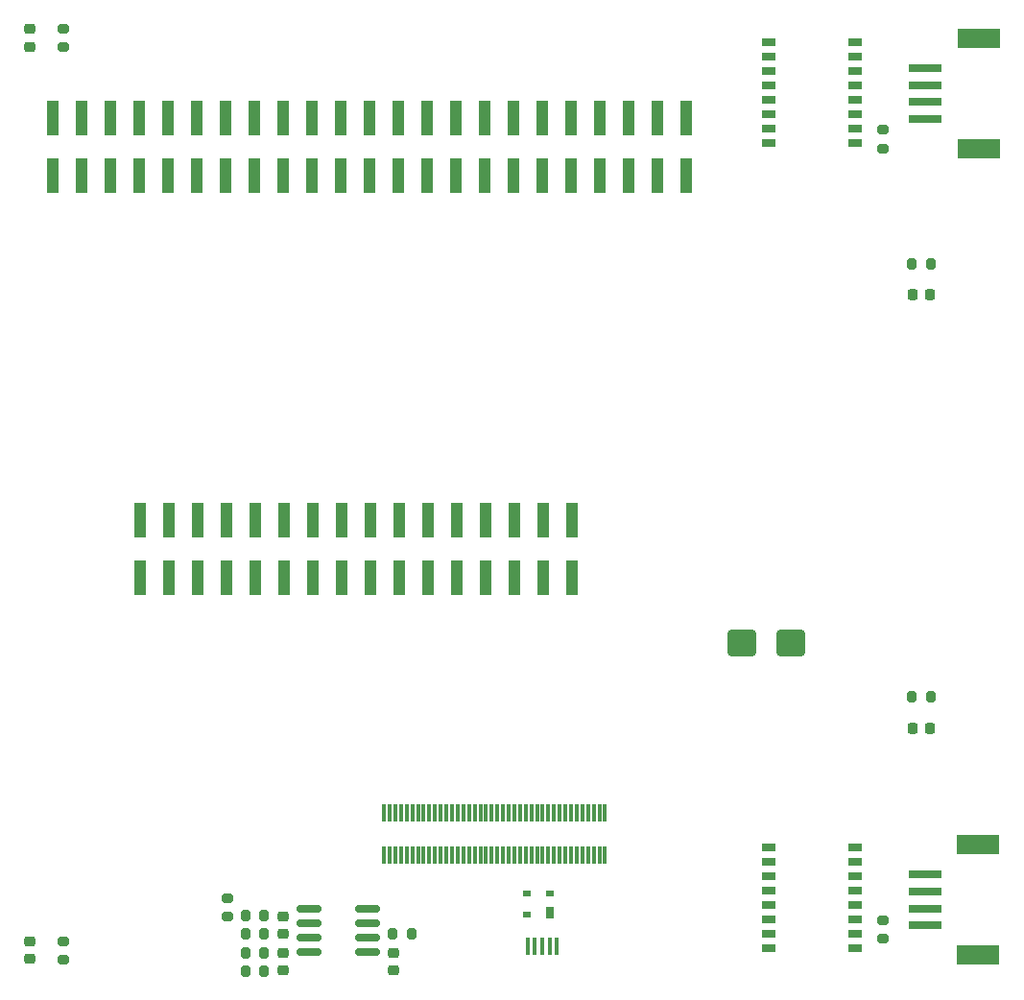
<source format=gbr>
%TF.GenerationSoftware,KiCad,Pcbnew,7.0.7*%
%TF.CreationDate,2024-02-15T16:38:16+01:00*%
%TF.ProjectId,nav_lower_controller,6e61765f-6c6f-4776-9572-5f636f6e7472,1*%
%TF.SameCoordinates,Original*%
%TF.FileFunction,Paste,Top*%
%TF.FilePolarity,Positive*%
%FSLAX46Y46*%
G04 Gerber Fmt 4.6, Leading zero omitted, Abs format (unit mm)*
G04 Created by KiCad (PCBNEW 7.0.7) date 2024-02-15 16:38:16*
%MOMM*%
%LPD*%
G01*
G04 APERTURE LIST*
G04 Aperture macros list*
%AMRoundRect*
0 Rectangle with rounded corners*
0 $1 Rounding radius*
0 $2 $3 $4 $5 $6 $7 $8 $9 X,Y pos of 4 corners*
0 Add a 4 corners polygon primitive as box body*
4,1,4,$2,$3,$4,$5,$6,$7,$8,$9,$2,$3,0*
0 Add four circle primitives for the rounded corners*
1,1,$1+$1,$2,$3*
1,1,$1+$1,$4,$5*
1,1,$1+$1,$6,$7*
1,1,$1+$1,$8,$9*
0 Add four rect primitives between the rounded corners*
20,1,$1+$1,$2,$3,$4,$5,0*
20,1,$1+$1,$4,$5,$6,$7,0*
20,1,$1+$1,$6,$7,$8,$9,0*
20,1,$1+$1,$8,$9,$2,$3,0*%
G04 Aperture macros list end*
%ADD10RoundRect,0.150000X0.950000X0.150000X-0.950000X0.150000X-0.950000X-0.150000X0.950000X-0.150000X0*%
%ADD11R,0.450000X1.500000*%
%ADD12R,1.000000X3.150000*%
%ADD13RoundRect,0.225000X0.225000X0.250000X-0.225000X0.250000X-0.225000X-0.250000X0.225000X-0.250000X0*%
%ADD14R,0.300000X1.500000*%
%ADD15RoundRect,0.200000X0.200000X0.275000X-0.200000X0.275000X-0.200000X-0.275000X0.200000X-0.275000X0*%
%ADD16RoundRect,0.200000X-0.200000X-0.275000X0.200000X-0.275000X0.200000X0.275000X-0.200000X0.275000X0*%
%ADD17R,2.900000X0.800000*%
%ADD18R,3.800000X1.800000*%
%ADD19RoundRect,0.250000X-1.000000X-0.900000X1.000000X-0.900000X1.000000X0.900000X-1.000000X0.900000X0*%
%ADD20R,1.270000X0.760000*%
%ADD21RoundRect,0.225000X-0.250000X0.225000X-0.250000X-0.225000X0.250000X-0.225000X0.250000X0.225000X0*%
%ADD22RoundRect,0.200000X-0.275000X0.200000X-0.275000X-0.200000X0.275000X-0.200000X0.275000X0.200000X0*%
%ADD23RoundRect,0.200000X0.275000X-0.200000X0.275000X0.200000X-0.275000X0.200000X-0.275000X-0.200000X0*%
%ADD24RoundRect,0.225000X0.250000X-0.225000X0.250000X0.225000X-0.250000X0.225000X-0.250000X-0.225000X0*%
%ADD25R,0.700000X1.000000*%
%ADD26R,0.700000X0.600000*%
G04 APERTURE END LIST*
D10*
%TO.C,U1*%
X133810000Y-135505000D03*
X133810000Y-134235000D03*
X133810000Y-132965000D03*
X133810000Y-131695000D03*
X128610000Y-131695000D03*
X128610000Y-132965000D03*
X128610000Y-134235000D03*
X128610000Y-135505000D03*
%TD*%
D11*
%TO.C,J11*%
X147900000Y-135000000D03*
X148550000Y-135000000D03*
X149200000Y-135000000D03*
X149850000Y-135000000D03*
X150500000Y-135000000D03*
%TD*%
D12*
%TO.C,J4*%
X106060000Y-66995000D03*
X106060000Y-61945000D03*
X108600000Y-66995000D03*
X108600000Y-61945000D03*
X111140000Y-66995000D03*
X111140000Y-61945000D03*
X113680000Y-66995000D03*
X113680000Y-61945000D03*
X116220000Y-66995000D03*
X116220000Y-61945000D03*
X118760000Y-66995000D03*
X118760000Y-61945000D03*
X121300000Y-66995000D03*
X121300000Y-61945000D03*
X123840000Y-66995000D03*
X123840000Y-61945000D03*
X126380000Y-66995000D03*
X126380000Y-61945000D03*
X128920000Y-66995000D03*
X128920000Y-61945000D03*
X131460000Y-66995000D03*
X131460000Y-61945000D03*
X134000000Y-66995000D03*
X134000000Y-61945000D03*
X136540000Y-66995000D03*
X136540000Y-61945000D03*
X139080000Y-66995000D03*
X139080000Y-61945000D03*
X141620000Y-66995000D03*
X141620000Y-61945000D03*
X144160000Y-66995000D03*
X144160000Y-61945000D03*
X146700000Y-66995000D03*
X146700000Y-61945000D03*
X149240000Y-66995000D03*
X149240000Y-61945000D03*
X151780000Y-66995000D03*
X151780000Y-61945000D03*
X154320000Y-66995000D03*
X154320000Y-61945000D03*
X156860000Y-66995000D03*
X156860000Y-61945000D03*
X159400000Y-66995000D03*
X159400000Y-61945000D03*
X161940000Y-66995000D03*
X161940000Y-61945000D03*
%TD*%
D13*
%TO.C,C5*%
X183425000Y-77500000D03*
X181875000Y-77500000D03*
%TD*%
D14*
%TO.C,J10*%
X135250000Y-126950000D03*
X135250000Y-123250000D03*
X135750000Y-126950000D03*
X135750000Y-123250000D03*
X136250000Y-126950000D03*
X136250000Y-123250000D03*
X136750000Y-126950000D03*
X136750000Y-123250000D03*
X137250000Y-126950000D03*
X137250000Y-123250000D03*
X137750000Y-126950000D03*
X137750000Y-123250000D03*
X138250000Y-126950000D03*
X138250000Y-123250000D03*
X138750000Y-126950000D03*
X138750000Y-123250000D03*
X139250000Y-126950000D03*
X139250000Y-123250000D03*
X139750000Y-126950000D03*
X139750000Y-123250000D03*
X140250000Y-126950000D03*
X140250000Y-123250000D03*
X140750000Y-126950000D03*
X140750000Y-123250000D03*
X141250000Y-126950000D03*
X141250000Y-123250000D03*
X141750000Y-126950000D03*
X141750000Y-123250000D03*
X142250000Y-126950000D03*
X142250000Y-123250000D03*
X142750000Y-126950000D03*
X142750000Y-123250000D03*
X143250000Y-126950000D03*
X143250000Y-123250000D03*
X143750000Y-126950000D03*
X143750000Y-123250000D03*
X144250000Y-126950000D03*
X144250000Y-123250000D03*
X144750000Y-126950000D03*
X144750000Y-123250000D03*
X145250000Y-126950000D03*
X145250000Y-123250000D03*
X145750000Y-126950000D03*
X145750000Y-123250000D03*
X146250000Y-126950000D03*
X146250000Y-123250000D03*
X146750000Y-126950000D03*
X146750000Y-123250000D03*
X147250000Y-126950000D03*
X147250000Y-123250000D03*
X147750000Y-126950000D03*
X147750000Y-123250000D03*
X148250000Y-126950000D03*
X148250000Y-123250000D03*
X148750000Y-126950000D03*
X148750000Y-123250000D03*
X149250000Y-126950000D03*
X149250000Y-123250000D03*
X149750000Y-126950000D03*
X149750000Y-123250000D03*
X150250000Y-126950000D03*
X150250000Y-123250000D03*
X150750000Y-126950000D03*
X150750000Y-123250000D03*
X151250000Y-126950000D03*
X151250000Y-123250000D03*
X151750000Y-126950000D03*
X151750000Y-123250000D03*
X152250000Y-126950000D03*
X152250000Y-123250000D03*
X152750000Y-126950000D03*
X152750000Y-123250000D03*
X153250000Y-126950000D03*
X153250000Y-123250000D03*
X153750000Y-126950000D03*
X153750000Y-123250000D03*
X154250000Y-126950000D03*
X154250000Y-123250000D03*
X154750000Y-126950000D03*
X154750000Y-123250000D03*
%TD*%
D15*
%TO.C,R5*%
X183475000Y-113000000D03*
X181825000Y-113000000D03*
%TD*%
D16*
%TO.C,R8*%
X123025000Y-133900000D03*
X124675000Y-133900000D03*
%TD*%
D17*
%TO.C,J2*%
X183000000Y-62000000D03*
X183000000Y-60500000D03*
X183000000Y-59000000D03*
X183000000Y-57500000D03*
D18*
X187700000Y-64600000D03*
X187700000Y-54900000D03*
%TD*%
D19*
%TO.C,D2*%
X166850000Y-108200000D03*
X171150000Y-108200000D03*
%TD*%
D12*
%TO.C,J6*%
X113740000Y-102470000D03*
X113740000Y-97420000D03*
X116280000Y-102470000D03*
X116280000Y-97420000D03*
X118820000Y-102470000D03*
X118820000Y-97420000D03*
X121360000Y-102470000D03*
X121360000Y-97420000D03*
X123900000Y-102470000D03*
X123900000Y-97420000D03*
X126440000Y-102470000D03*
X126440000Y-97420000D03*
X128980000Y-102470000D03*
X128980000Y-97420000D03*
X131520000Y-102470000D03*
X131520000Y-97420000D03*
X134060000Y-102470000D03*
X134060000Y-97420000D03*
X136600000Y-102470000D03*
X136600000Y-97420000D03*
X139140000Y-102470000D03*
X139140000Y-97420000D03*
X141680000Y-102470000D03*
X141680000Y-97420000D03*
X144220000Y-102470000D03*
X144220000Y-97420000D03*
X146760000Y-102470000D03*
X146760000Y-97420000D03*
X149300000Y-102470000D03*
X149300000Y-97420000D03*
X151840000Y-102470000D03*
X151840000Y-97420000D03*
%TD*%
D16*
%TO.C,R9*%
X123025000Y-132300000D03*
X124675000Y-132300000D03*
%TD*%
D20*
%TO.C,SW2*%
X169190000Y-126255000D03*
X169190000Y-127525000D03*
X169190000Y-128795000D03*
X169190000Y-130065000D03*
X169190000Y-131335000D03*
X169190000Y-132605000D03*
X169190000Y-133875000D03*
X169190000Y-135145000D03*
X176810000Y-135145000D03*
X176810000Y-133875000D03*
X176810000Y-132605000D03*
X176810000Y-131335000D03*
X176810000Y-130065000D03*
X176810000Y-128795000D03*
X176810000Y-127525000D03*
X176810000Y-126255000D03*
%TD*%
%TO.C,SW1*%
X169190000Y-55205000D03*
X169190000Y-56475000D03*
X169190000Y-57745000D03*
X169190000Y-59015000D03*
X169190000Y-60285000D03*
X169190000Y-61555000D03*
X169190000Y-62825000D03*
X169190000Y-64095000D03*
X176810000Y-64095000D03*
X176810000Y-62825000D03*
X176810000Y-61555000D03*
X176810000Y-60285000D03*
X176810000Y-59015000D03*
X176810000Y-57745000D03*
X176810000Y-56475000D03*
X176810000Y-55205000D03*
%TD*%
D21*
%TO.C,C9*%
X126350000Y-135575000D03*
X126350000Y-137125000D03*
%TD*%
D13*
%TO.C,C7*%
X183425000Y-115750000D03*
X181875000Y-115750000D03*
%TD*%
D16*
%TO.C,R12*%
X136025000Y-133850000D03*
X137675000Y-133850000D03*
%TD*%
%TO.C,R11*%
X123025000Y-137150000D03*
X124675000Y-137150000D03*
%TD*%
%TO.C,R7*%
X123025000Y-135550000D03*
X124675000Y-135550000D03*
%TD*%
D22*
%TO.C,R10*%
X121400000Y-130750000D03*
X121400000Y-132400000D03*
%TD*%
D23*
%TO.C,R6*%
X179300000Y-134325000D03*
X179300000Y-132675000D03*
%TD*%
D22*
%TO.C,R1*%
X179300000Y-62975000D03*
X179300000Y-64625000D03*
%TD*%
D15*
%TO.C,R3*%
X183475000Y-74750000D03*
X181825000Y-74750000D03*
%TD*%
D17*
%TO.C,J3*%
X182975000Y-133150000D03*
X182975000Y-131650000D03*
X182975000Y-130150000D03*
X182975000Y-128650000D03*
D18*
X187675000Y-135750000D03*
X187675000Y-126050000D03*
%TD*%
D23*
%TO.C,R4*%
X107000000Y-136175000D03*
X107000000Y-134525000D03*
%TD*%
D21*
%TO.C,C11*%
X136100000Y-135575000D03*
X136100000Y-137125000D03*
%TD*%
D22*
%TO.C,R2*%
X107000000Y-54025000D03*
X107000000Y-55675000D03*
%TD*%
D24*
%TO.C,C10*%
X126350000Y-133875000D03*
X126350000Y-132325000D03*
%TD*%
D25*
%TO.C,D5*%
X149875000Y-132000000D03*
D26*
X149875000Y-130300000D03*
X147875000Y-130300000D03*
X147875000Y-132200000D03*
%TD*%
D21*
%TO.C,C4*%
X104000000Y-54075000D03*
X104000000Y-55625000D03*
%TD*%
D24*
%TO.C,C6*%
X104000000Y-136125000D03*
X104000000Y-134575000D03*
%TD*%
M02*

</source>
